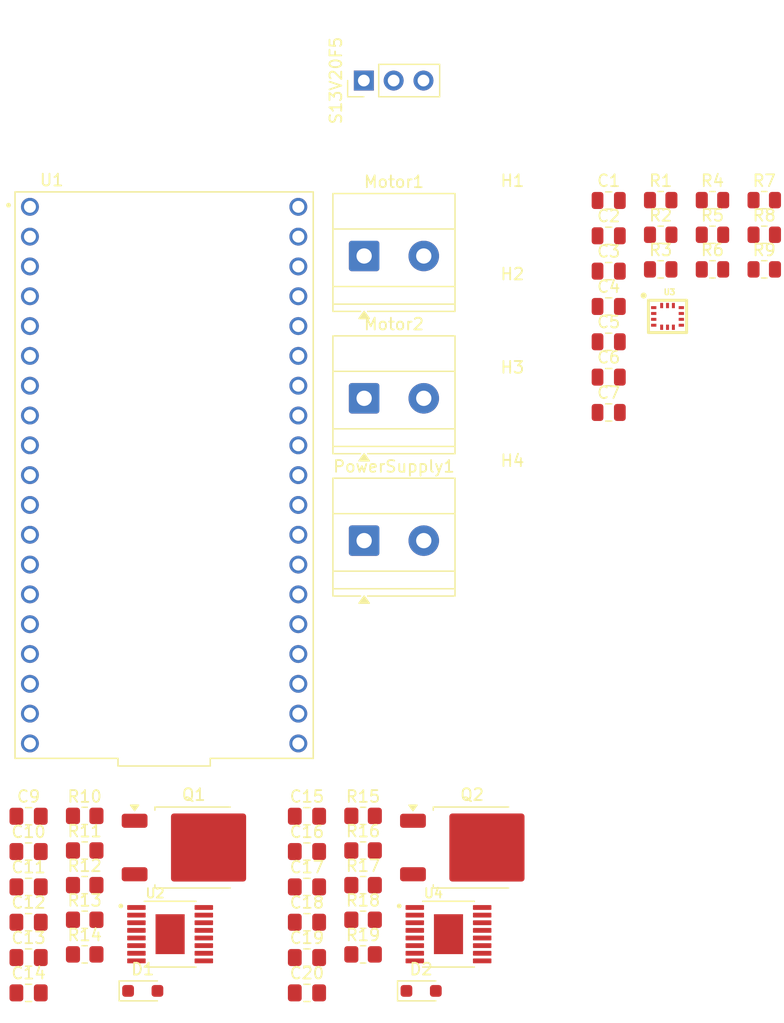
<source format=kicad_pcb>
(kicad_pcb (version 20241229) (generator "pcbnew") (generator_version "9.0")
  (layers (0 "F.Cu" signal) (2 "B.Cu" signal) (13 "F.Paste" user) (15 "B.Paste" user) (5 "F.SilkS" user "F.Silkscreen") (7 "B.SilkS" user "B.Silkscreen") (1 "F.Mask" user) (3 "B.Mask" user) (25 "Edge.Cuts" user))
  (net 0 "")
  (net 1 "GND")
  (net 2 "+3V3")
  (net 3 "/DRV8874-1/VM")
  (net 4 "Net-(U2-VCP)")
  (net 5 "/VMOT")
  (net 6 "Net-(U2-CPL)")
  (net 7 "Net-(U2-CPH)")
  (net 8 "/DRV8874-2/VM")
  (net 9 "Net-(U4-VCP)")
  (net 10 "Net-(U4-CPL)")
  (net 11 "Net-(U4-CPH)")
  (net 12 "Net-(D1-A)")
  (net 13 "Net-(D2-A)")
  (net 14 "/DRV8874-1/OUT1")
  (net 15 "/DRV8874-1/OUT2")
  (net 16 "/DRV8874-2/OUT1")
  (net 17 "/DRV8874-2/OUT2")
  (net 18 "/GPIO21")
  (net 19 "/GPIO22")
  (net 20 "/LSM6DSO/SDO")
  (net 21 "/LSM6DSO/CS")
  (net 22 "/LSM6DSO/SDx")
  (net 23 "/LSM6DSO/SCx")
  (net 24 "/LSM6DSO/OCS Aux")
  (net 25 "/DRV8874-1/IMODE")
  (net 26 "/DRV8874-1/VREF")
  (net 27 "/DRV8874-1/CS")
  (net 28 "/DRV8874-2/IMODE")
  (net 29 "/DRV8874-2/VREF")
  (net 30 "/DRV8874-2/CS")
  (net 31 "+5V")
  (net 32 "/GPIO16")
  (net 39 "/GPIO17")
  (net 47 "/GPIO14")
  (net 51 "/GPIO27")
  (net 63 "/DRV8874-1/FLT")
  (net 64 "/LSM6DSO/SDO AUX")
  (net 65 "/LSM6DSO/INT1")
  (net 66 "/LSM6DSO/INT2")
  (net 67 "/DRV8874-2/FLT")
  (footprint "Package_TO_SOT_SMD:TO-252-2" (layer "F.Cu") (at 95.435 105.3415)
    (property "Reference" "Q1" (at 0 -4.5 0) (layer "F.SilkS"))
    (property "Value" "Q_PMOS")
    (fp_line (start -3.31 -3.45) (end -3.31 -3.18) (stroke (width 0.12)) (layer "F.SilkS"))
    (fp_line (start -3.31 3.45) (end -3.31 3.18) (stroke (width 0.12)) (layer "F.SilkS"))
    (fp_line (start 3.11 -3.45) (end -3.31 -3.45) (stroke (width 0.12)) (layer "F.SilkS"))
    (fp_line (start 3.11 3.45) (end -3.31 3.45) (stroke (width 0.12)) (layer "F.SilkS"))
    (fp_poly (pts (xy -5.04 -3.14) (xy -5.38 -3.61) (xy -4.7 -3.61)) (stroke (width 0.12)) (fill yes) (layer "F.SilkS"))
    (pad "1" smd roundrect (at -5.04 -2.28) (size 2.2 1.2) (layers "F.Cu" "F.Mask" "F.Paste") (roundrect_rratio 0.208333))
    (pad "2" smd roundrect (at 1.26 0) (size 6.4 5.8) (layers "F.Cu" "F.Mask") (roundrect_rratio 0.043103))
    (pad "3" smd roundrect (at -5.04 2.28) (size 2.2 1.2) (layers "F.Cu" "F.Mask" "F.Paste") (roundrect_rratio 0.208333))
  )
  (footprint "Capacitor_SMD:C_0805_2012Metric_Pad1.18x1.45mm_HandSolder" (layer "F.Cu") (at 105.075 102.6765)
    (property "Reference" "C15" (at 0 -1.68 0) (layer "F.SilkS"))
    (property "Value" "220nF")
    (fp_line (start -0.261252 -0.735) (end 0.261252 -0.735) (stroke (width 0.12)) (layer "F.SilkS"))
    (fp_line (start -0.261252 0.735) (end 0.261252 0.735) (stroke (width 0.12)) (layer "F.SilkS"))
    (pad "1" smd roundrect (at -1.0375 0) (size 1.175 1.45) (layers "F.Cu" "F.Mask" "F.Paste") (roundrect_rratio 0.212766) (net 9 "Net-(U4-VCP)"))
    (pad "2" smd roundrect (at 1.0375 0) (size 1.175 1.45) (layers "F.Cu" "F.Mask" "F.Paste") (roundrect_rratio 0.212766) (net 8 "/DRV8874-2/VM"))
  )
  (footprint "Capacitor_SMD:C_0805_2012Metric" (layer "F.Cu") (at 130.775 68.2765)
    (property "Reference" "C7" (at 0 -1.68 0) (layer "F.SilkS"))
    (property "Value" "0.1 uF")
    (fp_line (start -0.261252 -0.735) (end 0.261252 -0.735) (stroke (width 0.12)) (layer "F.SilkS"))
    (fp_line (start -0.261252 0.735) (end 0.261252 0.735) (stroke (width 0.12)) (layer "F.SilkS"))
    (pad "1" smd roundrect (at -0.95 0) (size 1 1.45) (layers "F.Cu" "F.Mask" "F.Paste") (net 2 "+3V3"))
    (pad "2" smd roundrect (at 0.95 0) (size 1 1.45) (layers "F.Cu" "F.Mask" "F.Paste") (net 1 "GND"))
  )
  (footprint "Capacitor_SMD:C_0805_2012Metric_Pad1.18x1.45mm_HandSolder" (layer "F.Cu") (at 81.365 102.6765)
    (property "Reference" "C9" (at 0 -1.68 0) (layer "F.SilkS"))
    (property "Value" "220nF")
    (fp_line (start -0.261252 -0.735) (end 0.261252 -0.735) (stroke (width 0.12)) (layer "F.SilkS"))
    (fp_line (start -0.261252 0.735) (end 0.261252 0.735) (stroke (width 0.12)) (layer "F.SilkS"))
    (pad "1" smd roundrect (at -1.0375 0) (size 1.175 1.45) (layers "F.Cu" "F.Mask" "F.Paste") (roundrect_rratio 0.212766) (net 4 "Net-(U2-VCP)"))
    (pad "2" smd roundrect (at 1.0375 0) (size 1.175 1.45) (layers "F.Cu" "F.Mask" "F.Paste") (roundrect_rratio 0.212766) (net 3 "/DRV8874-1/VM"))
  )
  (footprint "Capacitor_SMD:C_0805_2012Metric" (layer "F.Cu") (at 130.775 62.2565)
    (property "Reference" "C5" (at 0 -1.68 0) (layer "F.SilkS"))
    (property "Value" "1 uF")
    (fp_line (start -0.261252 -0.735) (end 0.261252 -0.735) (stroke (width 0.12)) (layer "F.SilkS"))
    (fp_line (start -0.261252 0.735) (end 0.261252 0.735) (stroke (width 0.12)) (layer "F.SilkS"))
    (pad "1" smd roundrect (at -0.95 0) (size 1 1.45) (layers "F.Cu" "F.Mask" "F.Paste") (net 2 "+3V3"))
    (pad "2" smd roundrect (at 0.95 0) (size 1 1.45) (layers "F.Cu" "F.Mask" "F.Paste") (net 1 "GND"))
  )
  (footprint "Resistor_SMD:R_0805_2012Metric_Pad1.20x1.40mm_HandSolder" (layer "F.Cu") (at 109.855 114.4465)
    (property "Reference" "R19" (at 0 -1.65 0) (layer "F.SilkS"))
    (property "Value" "2.49k")
    (fp_line (start -0.227064 -0.735) (end 0.227064 -0.735) (stroke (width 0.12)) (layer "F.SilkS"))
    (fp_line (start -0.227064 0.735) (end 0.227064 0.735) (stroke (width 0.12)) (layer "F.SilkS"))
    (pad "1" smd roundrect (at -1 0) (size 1.2 1.4) (layers "F.Cu" "F.Mask" "F.Paste") (roundrect_rratio 0.208333) (net 30 "/DRV8874-2/CS"))
    (pad "2" smd roundrect (at 1 0) (size 1.2 1.4) (layers "F.Cu" "F.Mask" "F.Paste") (roundrect_rratio 0.208333) (net 1 "GND"))
  )
  (footprint "Capacitor_SMD:C_0805_2012Metric_Pad1.18x1.45mm_HandSolder" (layer "F.Cu") (at 105.075 117.7265)
    (property "Reference" "C20" (at 0 -1.68 0) (layer "F.SilkS"))
    (property "Value" "22nF")
    (fp_line (start -0.261252 -0.735) (end 0.261252 -0.735) (stroke (width 0.12)) (layer "F.SilkS"))
    (fp_line (start -0.261252 0.735) (end 0.261252 0.735) (stroke (width 0.12)) (layer "F.SilkS"))
    (pad "1" smd roundrect (at -1.0375 0) (size 1.175 1.45) (layers "F.Cu" "F.Mask" "F.Paste") (roundrect_rratio 0.212766) (net 11 "Net-(U4-CPH)"))
    (pad "2" smd roundrect (at 1.0375 0) (size 1.175 1.45) (layers "F.Cu" "F.Mask" "F.Paste") (roundrect_rratio 0.212766) (net 10 "Net-(U4-CPL)"))
  )
  (footprint "MountingHole:MountingHole_3.2mm_M3" (layer "F.Cu") (at 122.575 52.6865)
    (property "Reference" "H1" (at 0 -4.15 0) (layer "F.SilkS"))
    (property "Value" "MountingHole")
    (pad "" np_thru_hole circle (at 0 0) (size 3.2 3.2) (drill 3.2) (layers "*.Cu" "*.Mask"))
  )
  (footprint "Capacitor_SMD:C_0805_2012Metric_Pad1.18x1.45mm_HandSolder" (layer "F.Cu") (at 105.075 108.6965)
    (property "Reference" "C17" (at 0 -1.68 0) (layer "F.SilkS"))
    (property "Value" "4.7nF")
    (fp_line (start -0.261252 -0.735) (end 0.261252 -0.735) (stroke (width 0.12)) (layer "F.SilkS"))
    (fp_line (start -0.261252 0.735) (end 0.261252 0.735) (stroke (width 0.12)) (layer "F.SilkS"))
    (pad "1" smd roundrect (at -1.0375 0) (size 1.175 1.45) (layers "F.Cu" "F.Mask" "F.Paste") (roundrect_rratio 0.212766) (net 1 "GND"))
    (pad "2" smd roundrect (at 1.0375 0) (size 1.175 1.45) (layers "F.Cu" "F.Mask" "F.Paste") (roundrect_rratio 0.212766) (net 5 "/VMOT"))
  )
  (footprint "MountingHole:MountingHole_3.2mm_M3" (layer "F.Cu") (at 122.575 60.6365)
    (property "Reference" "H2" (at 0 -4.15 0) (layer "F.SilkS"))
    (property "Value" "MountingHole")
    (pad "" np_thru_hole circle (at 0 0) (size 3.2 3.2) (drill 3.2) (layers "*.Cu" "*.Mask"))
  )
  (footprint "Library:DRV8874PWPR" (layer "F.Cu") (at 117.13 112.725)
    (property "Reference" "U4" (at -1.28 -3.485 0) (layer "F.SilkS") (effects (font (size 0.8 0.8))))
    (property "Value" "DRV8874PWPR")
    (fp_line (start -2.2 -2.8) (end 2.2 -2.8) (stroke (width 0.127)) (layer "F.SilkS"))
    (fp_line (start -2.2 2.8) (end 2.2 2.8) (stroke (width 0.127)) (layer "F.SilkS"))
    (fp_circle (center -4.2 -2.4) (end -4.1 -2.4) (stroke (width 0.2)) (fill no) (layer "F.SilkS"))
    (pad "1" smd roundrect (at -2.87 -2.275) (size 1.57 0.41) (layers "F.Cu" "F.Mask" "F.Paste") (roundrect_rratio 0.125) (net 47 "/GPIO14"))
    (pad "2" smd roundrect (at -2.87 -1.625) (size 1.57 0.41) (layers "F.Cu" "F.Mask" "F.Paste") (roundrect_rratio 0.125) (net 51 "/GPIO27"))
    (pad "3" smd roundrect (at -2.87 -0.975) (size 1.57 0.41) (layers "F.Cu" "F.Mask" "F.Paste") (roundrect_rratio 0.125) (net 2 "+3V3"))
    (pad "4" smd roundrect (at -2.87 -0.325) (size 1.57 0.41) (layers "F.Cu" "F.Mask" "F.Paste") (roundrect_rratio 0.125) (net 67 "/DRV8874-2/FLT"))
    (pad "5" smd roundrect (at -2.87 0.325) (size 1.57 0.41) (layers "F.Cu" "F.Mask" "F.Paste") (roundrect_rratio 0.125) (net 29 "/DRV8874-2/VREF"))
    (pad "6" smd roundrect (at -2.87 0.975) (size 1.57 0.41) (layers "F.Cu" "F.Mask" "F.Paste") (roundrect_rratio 0.125) (net 30 "/DRV8874-2/CS"))
    (pad "7" smd roundrect (at -2.87 1.625) (size 1.57 0.41) (layers "F.Cu" "F.Mask" "F.Paste") (roundrect_rratio 0.125) (net 28 "/DRV8874-2/IMODE"))
    (pad "8" smd roundrect (at -2.87 2.275) (size 1.57 0.41) (layers "F.Cu" "F.Mask" "F.Paste") (roundrect_rratio 0.125) (net 16 "/DRV8874-2/OUT1"))
    (pad "9" smd roundrect (at 2.87 2.275) (size 1.57 0.41) (layers "F.Cu" "F.Mask" "F.Paste") (roundrect_rratio 0.125) (net 1 "GND"))
    (pad "10" smd roundrect (at 2.87 1.625) (size 1.57 0.41) (layers "F.Cu" "F.Mask" "F.Paste") (roundrect_rratio 0.125) (net 17 "/DRV8874-2/OUT2"))
    (pad "11" smd roundrect (at 2.87 0.975) (size 1.57 0.41) (layers "F.Cu" "F.Mask" "F.Paste") (roundrect_rratio 0.125) (net 8 "/DRV8874-2/VM"))
    (pad "12" smd roundrect (at 2.87 0.325) (size 1.57 0.41) (layers "F.Cu" "F.Mask" "F.Paste") (roundrect_rratio 0.125) (net 9 "Net-(U4-VCP)"))
    (pad "13" smd roundrect (at 2.87 -0.325) (size 1.57 0.41) (layers "F.Cu" "F.Mask" "F.Paste") (roundrect_rratio 0.125) (net 11 "Net-(U4-CPH)"))
    (pad "14" smd roundrect (at 2.87 -0.975) (size 1.57 0.41) (layers "F.Cu" "F.Mask" "F.Paste") (roundrect_rratio 0.125) (net 10 "Net-(U4-CPL)"))
    (pad "15" smd roundrect (at 2.87 -1.625) (size 1.57 0.41) (layers "F.Cu" "F.Mask" "F.Paste") (roundrect_rratio 0.125) (net 1 "GND"))
    (pad "16" smd roundrect (at 2.87 -2.275) (size 1.57 0.41) (layers "F.Cu" "F.Mask" "F.Paste") (roundrect_rratio 0.125) (net 1 "GND"))
    (pad "17" smd rect (at 0 0) (size 2.48 3.4) (layers "F.Cu" "F.Mask"))
  )
  (footprint "Resistor_SMD:R_0805_2012Metric" (layer "F.Cu") (at 135.205 56.0865)
    (property "Reference" "R3" (at 0 -1.65 0) (layer "F.SilkS"))
    (property "Value" "10k")
    (fp_line (start -0.227064 -0.735) (end 0.227064 -0.735) (stroke (width 0.12)) (layer "F.SilkS"))
    (fp_line (start -0.227064 0.735) (end 0.227064 0.735) (stroke (width 0.12)) (layer "F.SilkS"))
    (pad "1" smd roundrect (at -0.9125 0) (size 1.025 1.4) (layers "F.Cu" "F.Mask" "F.Paste") (roundrect_rratio 0.243902) (net 18 "/GPIO21"))
    (pad "2" smd roundrect (at 0.9125 0) (size 1.025 1.4) (layers "F.Cu" "F.Mask" "F.Paste") (roundrect_rratio 0.243902) (net 2 "+3V3"))
  )
  (footprint "TerminalBlock_Phoenix:TerminalBlock_Phoenix_MKDS-1,5-2-5.08_1x02_P5.08mm_Horizontal" (layer "F.Cu") (at 109.945 67.0715)
    (property "Reference" "Motor2" (at 2.54 -6.32 0) (layer "F.SilkS"))
    (property "Value" "Screw_Terminal_01x02")
    (fp_line (start -2.66 -5.32) (end 7.74 -5.32) (stroke (width 0.12)) (layer "F.SilkS"))
    (fp_line (start -2.66 -2.3) (end 7.74 -2.3) (stroke (width 0.12)) (layer "F.SilkS"))
    (fp_line (start -2.66 2.6) (end 7.74 2.6) (stroke (width 0.12)) (layer "F.SilkS"))
    (fp_line (start -2.66 4.1) (end 7.74 4.1) (stroke (width 0.12)) (layer "F.SilkS"))
    (fp_line (start -2.66 4.72) (end -2.66 -5.32) (stroke (width 0.12)) (layer "F.SilkS"))
    (fp_line (start -0.3 4.72) (end -2.66 4.72) (stroke (width 0.12)) (layer "F.SilkS"))
    (fp_line (start 7.74 -5.32) (end 7.74 4.72) (stroke (width 0.12)) (layer "F.SilkS"))
    (fp_line (start 7.74 4.72) (end 0.3 4.72) (stroke (width 0.12)) (layer "F.SilkS"))
    (fp_poly (pts (xy 0 4.72) (xy 0.44 5.33) (xy -0.44 5.33)) (stroke (width 0.12)) (fill yes) (layer "F.SilkS"))
    (pad "1" thru_hole roundrect (at 0 0) (size 2.6 2.6) (drill 1.3) (layers "*.Cu" "*.Mask") (roundrect_rratio 0.096154) (net 16 "/DRV8874-2/OUT1"))
    (pad "2" thru_hole circle (at 5.08 0) (size 2.6 2.6) (drill 1.3) (layers "*.Cu" "*.Mask") (net 17 "/DRV8874-2/OUT2"))
  )
  (footprint "Resistor_SMD:R_0805_2012Metric_Pad1.20x1.40mm_HandSolder" (layer "F.Cu") (at 86.145 111.4965)
    (property "Reference" "R13" (at 0 -1.65 0) (layer "F.SilkS"))
    (property "Value" "100k")
    (fp_line (start -0.227064 -0.735) (end 0.227064 -0.735) (stroke (width 0.12)) (layer "F.SilkS"))
    (fp_line (start -0.227064 0.735) (end 0.227064 0.735) (stroke (width 0.12)) (layer "F.SilkS"))
    (pad "1" smd roundrect (at -1 0) (size 1.2 1.4) (layers "F.Cu" "F.Mask" "F.Paste") (roundrect_rratio 0.208333) (net 12 "Net-(D1-A)"))
    (pad "2" smd roundrect (at 1 0) (size 1.2 1.4) (layers "F.Cu" "F.Mask" "F.Paste") (roundrect_rratio 0.208333) (net 1 "GND"))
  )
  (footprint "Capacitor_SMD:C_0805_2012Metric_Pad1.18x1.45mm_HandSolder" (layer "F.Cu") (at 81.365 108.6965)
    (property "Reference" "C11" (at 0 -1.68 0) (layer "F.SilkS"))
    (property "Value" "4.7nF")
    (fp_line (start -0.261252 -0.735) (end 0.261252 -0.735) (stroke (width 0.12)) (layer "F.SilkS"))
    (fp_line (start -0.261252 0.735) (end 0.261252 0.735) (stroke (width 0.12)) (layer "F.SilkS"))
    (pad "1" smd roundrect (at -1.0375 0) (size 1.175 1.45) (layers "F.Cu" "F.Mask" "F.Paste") (roundrect_rratio 0.212766) (net 1 "GND"))
    (pad "2" smd roundrect (at 1.0375 0) (size 1.175 1.45) (layers "F.Cu" "F.Mask" "F.Paste") (roundrect_rratio 0.212766) (net 5 "/VMOT"))
  )
  (footprint "Capacitor_SMD:C_0805_2012Metric" (layer "F.Cu") (at 130.775 65.2665)
    (property "Reference" "C6" (at 0 -1.68 0) (layer "F.SilkS"))
    (property "Value" "0.1 uF")
    (fp_line (start -0.261252 -0.735) (end 0.261252 -0.735) (stroke (width 0.12)) (layer "F.SilkS"))
    (fp_line (start -0.261252 0.735) (end 0.261252 0.735) (stroke (width 0.12)) (layer "F.SilkS"))
    (pad "1" smd roundrect (at -0.95 0) (size 1 1.45) (layers "F.Cu" "F.Mask" "F.Paste") (net 2 "+3V3"))
    (pad "2" smd roundrect (at 0.95 0) (size 1 1.45) (layers "F.Cu" "F.Mask" "F.Paste") (net 1 "GND"))
  )
  (footprint "Diode_SMD:D_SOD-323_HandSoldering" (layer "F.Cu") (at 114.8 117.5565)
    (property "Reference" "D2" (at 0 -1.85 0) (layer "F.SilkS"))
    (property "Value" "16.2V")
    (fp_line (start -2.01 -0.85) (end -2.01 0.85) (stroke (width 0.12)) (layer "F.SilkS"))
    (fp_line (start -2.01 -0.85) (end 1.25 -0.85) (stroke (width 0.12)) (layer "F.SilkS"))
    (fp_line (start -2.01 0.85) (end 1.25 0.85) (stroke (width 0.12)) (layer "F.SilkS"))
    (pad "1" smd roundrect (at -1.25 0) (size 1 1) (layers "F.Cu" "F.Mask" "F.Paste") (net 5 "/VMOT"))
    (pad "2" smd roundrect (at 1.25 0) (size 1 1) (layers "F.Cu" "F.Mask" "F.Paste") (net 13 "Net-(D2-A)"))
  )
  (footprint "Resistor_SMD:R_0805_2012Metric_Pad1.20x1.40mm_HandSolder" (layer "F.Cu") (at 86.145 102.6465)
    (property "Reference" "R10" (at 0 -1.65 0) (layer "F.SilkS"))
    (property "Value" "20k")
    (fp_line (start -0.227064 -0.735) (end 0.227064 -0.735) (stroke (width 0.12)) (layer "F.SilkS"))
    (fp_line (start -0.227064 0.735) (end 0.227064 0.735) (stroke (width 0.12)) (layer "F.SilkS"))
    (pad "1" smd roundrect (at -1 0) (size 1.2 1.4) (layers "F.Cu" "F.Mask" "F.Paste") (roundrect_rratio 0.208333) (net 25 "/DRV8874-1/IMODE"))
    (pad "2" smd roundrect (at 1 0) (size 1.2 1.4) (layers "F.Cu" "F.Mask" "F.Paste") (roundrect_rratio 0.208333) (net 1 "GND"))
  )
  (footprint "Library:DRV8874PWPR" (layer "F.Cu") (at 93.42 112.725)
    (property "Reference" "U2" (at -1.28 -3.485 0) (layer "F.SilkS") (effects (font (size 0.8 0.8))))
    (property "Value" "DRV8874PWPR")
    (fp_line (start -2.2 -2.8) (end 2.2 -2.8) (stroke (width 0.127)) (layer "F.SilkS"))
    (fp_line (start -2.2 2.8) (end 2.2 2.8) (stroke (width 0.127)) (layer "F.SilkS"))
    (fp_circle (center -4.2 -2.4) (end -4.1 -2.4) (stroke (width 0.2)) (fill no) (layer "F.SilkS"))
    (pad "1" smd roundrect (at -2.87 -2.275) (size 1.57 0.41) (layers "F.Cu" "F.Mask" "F.Paste") (roundrect_rratio 0.125) (net 39 "/GPIO17"))
    (pad "2" smd roundrect (at -2.87 -1.625) (size 1.57 0.41) (layers "F.Cu" "F.Mask" "F.Paste") (roundrect_rratio 0.125) (net 32 "/GPIO16"))
    (pad "3" smd roundrect (at -2.87 -0.975) (size 1.57 0.41) (layers "F.Cu" "F.Mask" "F.Paste") (roundrect_rratio 0.125) (net 2 "+3V3"))
    (pad "4" smd roundrect (at -2.87 -0.325) (size 1.57 0.41) (layers "F.Cu" "F.Mask" "F.Paste") (roundrect_rratio 0.125) (net 63 "/DRV8874-1/FLT"))
    (pad "5" smd roundrect (at -2.87 0.325) (size 1.57 0.41) (layers "F.Cu" "F.Mask" "F.Paste") (roundrect_rratio 0.125) (net 26 "/DRV8874-1/VREF"))
    (pad "6" smd roundrect (at -2.87 0.975) (size 1.57 0.41) (layers "F.Cu" "F.Mask" "F.Paste") (roundrect_rratio 0.125) (net 27 "/DRV8874-1/CS"))
    (pad "7" smd roundrect (at -2.87 1.625) (size 1.57 0.41) (layers "F.Cu" "F.Mask" "F.Paste") (roundrect_rratio 0.125) (net 25 "/DRV8874-1/IMODE"))
    (pad "8" smd roundrect (at -2.87 2.275) (size 1.57 0.41) (layers "F.Cu" "F.Mask" "F.Paste") (roundrect_rratio 0.125) (net 14 "/DRV8874-1/OUT1"))
    (pad "9" smd roundrect (at 2.87 2.275) (size 1.57 0.41) (layers "F.Cu" "F.Mask" "F.Paste") (roundrect_rratio 0.125) (net 1 "GND"))
    (pad "10" smd roundrect (at 2.87 1.625) (size 1.57 0.41) (layers "F.Cu" "F.Mask" "F.Paste") (roundrect_rratio 0.125) (net 15 "/DRV8874-1/OUT2"))
    (pad "11" smd roundrect (at 2.87 0.975) (size 1.57 0.41) (layers "F.Cu" "F.Mask" "F.Paste") (roundrect_rratio 0.125) (net 3 "/DRV8874-1/VM"))
    (pad "12" smd roundrect (at 2.87 0.325) (size 1.57 0.41) (layers "F.Cu" "F.Mask" "F.Paste") (roundrect_rratio 0.125) (net 4 "Net-(U2-VCP)"))
    (pad "13" smd roundrect (at 2.87 -0.325) (size 1.57 0.41) (layers "F.Cu" "F.Mask" "F.Paste") (roundrect_rratio 0.125) (net 7 "Net-(U2-CPH)"))
    (pad "14" smd roundrect (at 2.87 -0.975) (size 1.57 0.41) (layers "F.Cu" "F.Mask" "F.Paste") (roundrect_rratio 0.125) (net 6 "Net-(U2-CPL)"))
    (pad "15" smd roundrect (at 2.87 -1.625) (size 1.57 0.41) (layers "F.Cu" "F.Mask" "F.Paste") (roundrect_rratio 0.125) (net 1 "GND"))
    (pad "16" smd roundrect (at 2.87 -2.275) (size 1.57 0.41) (layers "F.Cu" "F.Mask" "F.Paste") (roundrect_rratio 0.125) (net 1 "GND"))
    (pad "17" smd rect (at 0 0) (size 2.48 3.4) (layers "F.Cu" "F.Mask"))
  )
  (footprint "Connector_PinHeader_2.54mm:PinHeader_1x03_P2.54mm_Vertical" (layer "F.Cu") (at 109.92 40 90)
    (property "Reference" "S13V20F5" (at 0 -2.38 90) (layer "F.SilkS"))
    (property "Value" "Voltage Regulator")
    (fp_line (start -1.38 -1.38) (end 0 -1.38) (stroke (width 0.12)) (layer "F.SilkS"))
    (fp_line (start -1.38 0) (end -1.38 -1.38) (stroke (width 0.12)) (layer "F.SilkS"))
    (fp_line (start 1.38 1.27) (end 1.38 6.46) (stroke (width 0.12)) (layer "F.SilkS"))
    (fp_line (start -1.38 1.27) (end 1.38 1.27) (stroke (width 0.12)) (layer "F.SilkS"))
    (fp_line (start -1.38 1.27) (end -1.38 6.46) (stroke (width 0.12)) (layer "F.SilkS"))
    (fp_line (start -1.38 6.46) (end 1.38 6.46) (stroke (width 0.12)) (layer "F.SilkS"))
    (pad "1" thru_hole rect (at 0 0 90) (size 1.7 1.7) (drill 1) (layers "*.Cu" "*.Mask") (net 31 "+5V"))
    (pad "2" thru_hole circle (at 0 2.54 90) (size 1.7 1.7) (drill 1) (layers "*.Cu" "*.Mask") (net 1 "GND"))
    (pad "3" thru_hole circle (at 0 5.08 90) (size 1.7 1.7) (drill 1) (layers "*.Cu" "*.Mask") (net 5 "/VMOT"))
  )
  (footprint "Resistor_SMD:R_0805_2012Metric" (layer "F.Cu") (at 139.615 56.0865)
    (property "Reference" "R6" (at 0 -1.65 0) (layer "F.SilkS"))
    (property "Value" "10k")
    (fp_line (start -0.227064 -0.735) (end 0.227064 -0.735) (stroke (width 0.12)) (layer "F.SilkS"))
    (fp_line (start -0.227064 0.735) (end 0.227064 0.735) (stroke (width 0.12)) (layer "F.SilkS"))
    (pad "1" smd roundrect (at -0.9125 0) (size 1.025 1.4) (layers "F.Cu" "F.Mask" "F.Paste") (roundrect_rratio 0.243902) (net 21 "/LSM6DSO/CS"))
    (pad "2" smd roundrect (at 0.9125 0) (size 1.025 1.4) (layers "F.Cu" "F.Mask" "F.Paste") (roundrect_rratio 0.243902) (net 2 "+3V3"))
  )
  (footprint "Capacitor_SMD:C_0805_2012Metric_Pad1.18x1.45mm_HandSolder" (layer "F.Cu") (at 81.365 117.7265)
    (property "Reference" "C14" (at 0 -1.68 0) (layer "F.SilkS"))
    (property "Value" "22nF")
    (fp_line (start -0.261252 -0.735) (end 0.261252 -0.735) (stroke (width 0.12)) (layer "F.SilkS"))
    (fp_line (start -0.261252 0.735) (end 0.261252 0.735) (stroke (width 0.12)) (layer "F.SilkS"))
    (pad "1" smd roundrect (at -1.0375 0) (size 1.175 1.45) (layers "F.Cu" "F.Mask" "F.Paste") (roundrect_rratio 0.212766) (net 7 "Net-(U2-CPH)"))
    (pad "2" smd roundrect (at 1.0375 0) (size 1.175 1.45) (layers "F.Cu" "F.Mask" "F.Paste") (roundrect_rratio 0.212766) (net 6 "Net-(U2-CPL)"))
  )
  (footprint "Capacitor_SMD:C_0805_2012Metric" (layer "F.Cu") (at 130.775 59.2465)
    (property "Reference" "C4" (at 0 -1.68 0) (layer "F.SilkS"))
    (property "Value" "4.7 uF")
    (fp_line (start -0.261252 -0.735) (end 0.261252 -0.735) (stroke (width 0.12)) (layer "F.SilkS"))
    (fp_line (start -0.261252 0.735) (end 0.261252 0.735) (stroke (width 0.12)) (layer "F.SilkS"))
    (pad "1" smd roundrect (at -0.95 0) (size 1 1.45) (layers "F.Cu" "F.Mask" "F.Paste") (net 2 "+3V3"))
    (pad "2" smd roundrect (at 0.95 0) (size 1 1.45) (layers "F.Cu" "F.Mask" "F.Paste") (net 1 "GND"))
  )
  (footprint "Resistor_SMD:R_0805_2012Metric" (layer "F.Cu") (at 144.025 53.1365)
    (property "Reference" "R8" (at 0 -1.65 0) (layer "F.SilkS"))
    (property "Value" "10k")
    (fp_line (start -0.227064 -0.735) (end 0.227064 -0.735) (stroke (width 0.12)) (layer "F.SilkS"))
    (fp_line (start -0.227064 0.735) (end 0.227064 0.735) (stroke (width 0.12)) (layer "F.SilkS"))
    (pad "1" smd roundrect (at -0.9125 0) (size 1.025 1.4) (layers "F.Cu" "F.Mask" "F.Paste") (roundrect_rratio 0.243902) (net 23 "/LSM6DSO/SCx"))
    (pad "2" smd roundrect (at 0.9125 0) (size 1.025 1.4) (layers "F.Cu" "F.Mask" "F.Paste") (roundrect_rratio 0.243902) (net 2 "+3V3"))
  )
  (footprint "Capacitor_SMD:C_0805_2012Metric_Pad1.18x1.45mm_HandSolder" (layer "F.Cu") (at 105.075 105.6865)
    (property "Reference" "C16" (at 0 -1.68 0) (layer "F.SilkS"))
    (property "Value" "4.7nF")
    (fp_line (start -0.261252 -0.735) (end 0.261252 -0.735) (stroke (width 0.12)) (layer "F.SilkS"))
    (fp_line (start -0.261252 0.735) (end 0.261252 0.735) (stroke (width 0.12)) (layer "F.SilkS"))
    (pad "1" smd roundrect (at -1.0375 0) (size 1.175 1.45) (layers "F.Cu" "F.Mask" "F.Paste") (roundrect_rratio 0.212766) (net 1 "GND"))
    (pad "2" smd roundrect (at 1.0375 0) (size 1.175 1.45) (layers "F.Cu" "F.Mask" "F.Paste") (roundrect_rratio 0.212766) (net 5 "/VMOT"))
  )
  (footprint "Capacitor_SMD:C_0805_2012Metric_Pad1.18x1.45mm_HandSolder" (layer "F.Cu") (at 81.365 105.6865)
    (property "Reference" "C10" (at 0 -1.68 0) (layer "F.SilkS"))
    (property "Value" "4.7nF")
    (fp_line (start -0.261252 -0.735) (end 0.261252 -0.735) (stroke (width 0.12)) (layer "F.SilkS"))
    (fp_line (start -0.261252 0.735) (end 0.261252 0.735) (stroke (width 0.12)) (layer "F.SilkS"))
    (pad "1" smd roundrect (at -1.0375 0) (size 1.175 1.45) (layers "F.Cu" "F.Mask" "F.Paste") (roundrect_rratio 0.212766) (net 1 "GND"))
    (pad "2" smd roundrect (at 1.0375 0) (size 1.175 1.45) (layers "F.Cu" "F.Mask" "F.Paste") (roundrect_rratio 0.212766) (net 5 "/VMOT"))
  )
  (footprint "Capacitor_SMD:C_0805_2012Metric_Pad1.18x1.45mm_HandSolder" (layer "F.Cu") (at 81.365 114.7165)
    (property "Reference" "C13" (at 0 -1.68 0) (layer "F.SilkS"))
    (property "Value" "0.1nF")
    (fp_line (start -0.261252 -0.735) (end 0.261252 -0.735) (stroke (width 0.12)) (layer "F.SilkS"))
    (fp_line (start -0.261252 0.735) (end 0.261252 0.735) (stroke (width 0.12)) (layer "F.SilkS"))
    (pad "1" smd roundrect (at -1.0375 0) (size 1.175 1.45) (layers "F.Cu" "F.Mask" "F.Paste") (roundrect_rratio 0.212766) (net 1 "GND"))
    (pad "2" smd roundrect (at 1.0375 0) (size 1.175 1.45) (layers "F.Cu" "F.Mask" "F.Paste") (roundrect_rratio 0.212766) (net 5 "/VMOT"))
  )
  (footprint "Resistor_SMD:R_0805_2012Metric_Pad1.20x1.40mm_HandSolder" (layer "F.Cu") (at 109.855 108.5465)
    (property "Reference" "R17" (at 0 -1.65 0) (layer "F.SilkS"))
    (property "Value" "NP")
    (fp_line (start -0.227064 -0.735) (end 0.227064 -0.735) (stroke (width 0.12)) (layer "F.SilkS"))
    (fp_line (start -0.227064 0.735) (end 0.227064 0.735) (stroke (width 0.12)) (layer "F.SilkS"))
    (pad "1" smd roundrect (at -1 0) (size 1.2 1.4) (layers "F.Cu" "F.Mask" "F.Paste") (roundrect_rratio 0.208333) (net 29 "/DRV8874-2/VREF"))
    (pad "2" smd roundrect (at 1 0) (size 1.2 1.4) (layers "F.Cu" "F.Mask" "F.Paste") (roundrect_rratio 0.208333) (net 1 "GND"))
  )
  (footprint "TerminalBlock_Phoenix:TerminalBlock_Phoenix_MKDS-1,5-2-5.08_1x02_P5.08mm_Horizontal" (layer "F.Cu") (at 109.945 79.1965)
    (property "Reference" "PowerSupply1" (at 2.54 -6.32 0) (layer "F.SilkS"))
    (property "Value" "Screw_Terminal_01x02")
    (fp_line (start -2.66 -5.32) (end 7.74 -5.32) (stroke (width 0.12)) (layer "F.SilkS"))
    (fp_line (start -2.66 -2.3) (end 7.74 -2.3) (stroke (width 0.12)) (layer "F.SilkS"))
    (fp_line (start -2.66 2.6) (end 7.74 2.6) (stroke (width 0.12)) (layer "F.SilkS"))
    (fp_line (start -2.66 4.1) (end 7.74 4.1) (stroke (width 0.12)) (layer "F.SilkS"))
    (fp_line (start -2.66 4.72) (end -2.66 -5.32) (stroke (width 0.12)) (layer "F.SilkS"))
    (fp_line (start -0.3 4.72) (end -2.66 4.72) (stroke (width 0.12)) (layer "F.SilkS"))
    (fp_line (start 7.74 -5.32) (end 7.74 4.72) (stroke (width 0.12)) (layer "F.SilkS"))
    (fp_line (start 7.74 4.72) (end 0.3 4.72) (stroke (width 0.12)) (layer "F.SilkS"))
    (fp_poly (pts (xy 0 4.72) (xy 0.44 5.33) (xy -0.44 5.33)) (stroke (width 0.12)) (fill yes) (layer "F.SilkS"))
    (pad "1" thru_hole roundrect (at 0 0) (size 2.6 2.6) (drill 1.3) (layers "*.Cu" "*.Mask") (roundrect_rratio 0.096154) (net 5 "/VMOT"))
    (pad "2" thru_hole circle (at 5.08 0) (size 2.6 2.6) (drill 1.3) (layers "*.Cu" "*.Mask") (net 1 "GND"))
  )
  (footprint "Resistor_SMD:R_0805_2012Metric" (layer "F.Cu") (at 144.025 50.1865)
    (property "Reference" "R7" (at 0 -1.65 0) (layer "F.SilkS"))
    (property "Value" "10k")
    (fp_line (start -0.227064 -0.735) (end 0.227064 -0.735) (stroke (width 0.12)) (layer "F.SilkS"))
    (fp_line (start -0.227064 0.735) (end 0.227064 0.735) (stroke (width 0.12)) (layer "F.SilkS"))
    (pad "1" smd roundrect (at -0.9125 0) (size 1.025 1.4) (layers "F.Cu" "F.Mask" "F.Paste") (roundrect_rratio 0.243902) (net 22 "/LSM6DSO/SDx"))
    (pad "2" smd roundrect (at 0.9125 0) (size 1.025 1.4) (layers "F.Cu" "F.Mask" "F.Paste") (roundrect_rratio 0.243902) (net 2 "+3V3"))
  )
  (footprint "Capacitor_SMD:C_0805_2012Metric_Pad1.18x1.45mm_HandSolder" (layer "F.Cu") (at 81.365 111.7065)
    (property "Reference" "C12" (at 0 -1.68 0) (layer "F.SilkS"))
    (property "Value" "0.1nF")
    (fp_line (start -0.261252 -0.735) (end 0.261252 -0.735) (stroke (width 0.12)) (layer "F.SilkS"))
    (fp_line (start -0.261252 0.735) (end 0.261252 0.735) (stroke (width 0.12)) (layer "F.SilkS"))
    (pad "1" smd roundrect (at -1.0375 0) (size 1.175 1.45) (layers "F.Cu" "F.Mask" "F.Paste") (roundrect_rratio 0.212766) (net 1 "GND"))
    (pad "2" smd roundrect (at 1.0375 0) (size 1.175 1.45) (layers "F.Cu" "F.Mask" "F.Paste") (roundrect_rratio 0.212766) (net 5 "/VMOT"))
  )
  (footprint "Diode_SMD:D_SOD-323_HandSoldering" (layer "F.Cu") (at 91.09 117.5565)
    (property "Reference" "D1" (at 0 -1.85 0) (layer "F.SilkS"))
    (property "Value" "16.2V")
    (fp_line (start -2.01 -0.85) (end -2.01 0.85) (stroke (width 0.12)) (layer "F.SilkS"))
    (fp_line (start -2.01 -0.85) (end 1.25 -0.85) (stroke (width 0.12)) (layer "F.SilkS"))
    (fp_line (start -2.01 0.85) (end 1.25 0.85) (stroke (width 0.12)) (layer "F.SilkS"))
    (pad "1" smd roundrect (at -1.25 0) (size 1 1) (layers "F.Cu" "F.Mask" "F.Paste") (net 5 "/VMOT"))
    (pad "2" smd roundrect (at 1.25 0) (size 1 1) (layers "F.Cu" "F.Mask" "F.Paste") (net 12 "Net-(D1-A)"))
  )
  (footprint "Capacitor_SMD:C_0805_2012Metric_Pad1.18x1.45mm_HandSolder" (layer "F.Cu") (at 105.075 114.7165)
    (property "Reference" "C19" (at 0 -1.68 0) (layer "F.SilkS"))
    (property "Value" "0.1nF")
    (fp_line (start -0.261252 -0.735) (end 0.261252 -0.735) (stroke (width 0.12)) (layer "F.SilkS"))
    (fp_line (start -0.261252 0.735) (end 0.261252 0.735) (stroke (width 0.12)) (layer "F.SilkS"))
    (pad "1" smd roundrect (at -1.0375 0) (size 1.175 1.45) (layers "F.Cu" "F.Mask" "F.Paste") (roundrect_rratio 0.212766) (net 1 "GND"))
    (pad "2" smd roundrect (at 1.0375 0) (size 1.175 1.45) (layers "F.Cu" "F.Mask" "F.Paste") (roundrect_rratio 0.212766) (net 5 "/VMOT"))
  )
  (footprint "Resistor_SMD:R_0805_2012Metric_Pad1.20x1.40mm_HandSolder" (layer "F.Cu") (at 86.145 105.5965)
    (property "Reference" "R11" (at 0 -1.65 0) (layer "F.SilkS"))
    (property "Value" "10k")
    (fp_line (start -0.227064 -0.735) (end 0.227064 -0.735) (stroke (width 0.12)) (layer "F.SilkS"))
    (fp_line (start -0.227064 0.735) (end 0.227064 0.735) (stroke (width 0.12)) (layer "F.SilkS"))
    (pad "1" smd roundrect (at -1 0) (size 1.2 1.4) (layers "F.Cu" "F.Mask" "F.Paste") (roundrect_rratio 0.208333) (net 2 "+3V3"))
    (pad "2" smd roundrect (at 1 0) (size 1.2 1.4) (layers "F.Cu" "F.Mask" "F.Paste") (roundrect_rratio 0.208333) (net 26 "/DRV8874-1/VREF"))
  )
  (footprint "MountingHole:MountingHole_3.2mm_M3" (layer "F.Cu") (at 122.575 76.5365)
    (property "Reference" "H4" (at 0 -4.15 0) (layer "F.SilkS"))
    (property "Value" "MountingHole")
    (pad "" np_thru_hole circle (at 0 0) (size 3.2 3.2) (drill 3.2) (layers "*.Cu" "*.Mask"))
  )
  (footprint "Resistor_SMD:R_0805_2012Metric" (layer "F.Cu") (at 135.205 50.1865)
    (property "Reference" "R1" (at 0 -1.65 0) (layer "F.SilkS"))
    (property "Value" "10k")
    (fp_line (start -0.227064 -0.735) (end 0.227064 -0.735) (stroke (width 0.12)) (layer "F.SilkS"))
    (fp_line (start -0.227064 0.735) (end 0.227064 0.735) (stroke (width 0.12)) (layer "F.SilkS"))
    (pad "1" smd roundrect (at -0.9125 0) (size 1.025 1.4) (layers "F.Cu" "F.Mask" "F.Paste") (roundrect_rratio 0.243902) (net 2 "+3V3"))
    (pad "2" smd roundrect (at 0.9125 0) (size 1.025 1.4) (layers "F.Cu" "F.Mask" "F.Paste") (roundrect_rratio 0.243902) (net 18 "/GPIO21"))
  )
  (footprint "Package_TO_SOT_SMD:TO-252-2" (layer "F.Cu") (at 119.145 105.3415)
    (property "Reference" "Q2" (at 0 -4.5 0) (layer "F.SilkS"))
    (property "Value" "Q_PMOS")
    (fp_line (start -3.31 -3.45) (end -3.31 -3.18) (stroke (width 0.12)) (layer "F.SilkS"))
    (fp_line (start -3.31 3.45) (end -3.31 3.18) (stroke (width 0.12)) (layer "F.SilkS"))
    (fp_line (start 3.11 -3.45) (end -3.31 -3.45) (stroke (width 0.12)) (layer "F.SilkS"))
    (fp_line (start 3.11 3.45) (end -3.31 3.45) (stroke (width 0.12)) (layer "F.SilkS"))
    (fp_poly (pts (xy -5.04 -3.14) (xy -5.38 -3.61) (xy -4.7 -3.61)) (stroke (width 0.12)) (fill yes) (layer "F.SilkS"))
    (pad "1" smd roundrect (at -5.04 -2.28) (size 2.2 1.2) (layers "F.Cu" "F.Mask" "F.Paste") (roundrect_rratio 0.208333))
    (pad "2" smd roundrect (at 1.26 0) (size 6.4 5.8) (layers "F.Cu" "F.Mask") (roundrect_rratio 0.043103))
    (pad "3" smd roundrect (at -5.04 2.28) (size 2.2 1.2) (layers "F.Cu" "F.Mask" "F.Paste") (roundrect_rratio 0.208333))
  )
  (footprint "Library:NODEMCU-32S" (layer "F.Cu") (at 92.91 73.6165)
    (property "Reference" "U1" (at -9.575 -25.135 0) (layer "F.SilkS"))
    (property "Value" "NODEMCU-32S")
    (fp_line (start -12.7 -24.13) (end 12.7 -24.13) (stroke (width 0.127)) (layer "F.SilkS"))
    (fp_line (start -12.7 24.13) (end -12.7 -24.13) (stroke (width 0.127)) (layer "F.SilkS"))
    (fp_line (start -3.93 24.13) (end -12.7 24.13) (stroke (width 0.127)) (layer "F.SilkS"))
    (fp_line (start -3.93 24.13) (end -3.93 24.78) (stroke (width 0.127)) (layer "F.SilkS"))
    (fp_line (start -3.93 24.78) (end 3.93 24.78) (stroke (width 0.127)) (layer "F.SilkS"))
    (fp_line (start 3.93 24.78) (end 3.93 24.13) (stroke (width 0.127)) (layer "F.SilkS"))
    (fp_line (start 12.7 -24.13) (end 12.7 24.13) (stroke (width 0.127)) (layer "F.SilkS"))
    (fp_line (start 12.7 24.13) (end 3.93 24.13) (stroke (width 0.127)) (layer "F.SilkS"))
    (fp_circle (center -13.25 -23) (end -13.15 -23) (stroke (width 0.2)) (fill no) (layer "F.SilkS"))
    (pad "J1_1" thru_hole circle (at -11.43 -22.86) (size 1.524 1.524) (drill 1.016) (layers "*.Cu" "*.Mask") (net 2 "+3V3"))
    (pad "J1_2" thru_hole circle (at -11.43 -20.32) (size 1.524 1.524) (drill 1.016) (layers "*.Cu" "*.Mask"))
    (pad "J1_3" thru_hole circle (at -11.43 -17.78) (size 1.524 1.524) (drill 1.016) (layers "*.Cu" "*.Mask"))
    (pad "J1_4" thru_hole circle (at -11.43 -15.24) (size 1.524 1.524) (drill 1.016) (layers "*.Cu" "*.Mask"))
    (pad "J1_5" thru_hole circle (at -11.43 -12.7) (size 1.524 1.524) (drill 1.016) (layers "*.Cu" "*.Mask"))
    (pad "J1_6" thru_hole circle (at -11.43 -10.16) (size 1.524 1.524) (drill 1.016) (layers "*.Cu" "*.Mask"))
    (pad "J1_7" thru_hole circle (at -11.43 -7.62) (size 1.524 1.524) (drill 1.016) (layers "*.Cu" "*.Mask"))
    (pad "J1_8" thru_hole circle (at -11.43 -5.08) (size 1.524 1.524) (drill 1.016) (layers "*.Cu" "*.Mask"))
    (pad "J1_9" thru_hole circle (at -11.43 -2.54) (size 1.524 1.524) (drill 1.016) (layers "*.Cu" "*.Mask"))
    (pad "J1_10" thru_hole circle (at -11.43 0) (size 1.524 1.524) (drill 1.016) (layers "*.Cu" "*.Mask"))
    (pad "J1_11" thru_hole circle (at -11.43 2.54) (size 1.524 1.524) (drill 1.016) (layers "*.Cu" "*.Mask") (net 51 "/GPIO27"))
    (pad "J1_12" thru_hole circle (at -11.43 5.08) (size 1.524 1.524) (drill 1.016) (layers "*.Cu" "*.Mask") (net 47 "/GPIO14"))
    (pad "J1_13" thru_hole circle (at -11.43 7.62) (size 1.524 1.524) (drill 1.016) (layers "*.Cu" "*.Mask"))
    (pad "J1_14" thru_hole circle (at -11.43 10.16) (size 1.524 1.524) (drill 1.016) (layers "*.Cu" "*.Mask") (net 1 "GND"))
    (pad "J1_15" thru_hole circle (at -11.43 12.7) (size 1.524 1.524) (drill 1.016) (layers "*.Cu" "*.Mask"))
    (pad "J1_16" thru_hole circle (at -11.43 15.24) (size 1.524 1.524) (drill 1.016) (layers "*.Cu" "*.Mask"))
    (pad "J1_17" thru_hole circle (at -11.43 17.78) (size 1.524 1.524) (drill 1.016) (layers "*.Cu" "*.Mask"))
    (pad "J1_18" thru_hole circle (at -11.43 20.32) (size 1.524 1.524) (drill 1.016) (layers "*.Cu" "*.Mask"))
    (pad "J1_19" thru_hole circle (at -11.43 22.86) (size 1.524 1.524) (drill 1.016) (layers "*.Cu" "*.Mask") (net 31 "+5V"))
    (pad "J2_1" thru_hole circle (at 11.43 -22.86) (size 1.524 1.524) (drill 1.016) (layers "*.Cu" "*.Mask") (net 1 "GND"))
    (pad "J2_2" thru_hole circle (at 11.43 -20.32) (size 1.524 1.524) (drill 1.016) (layers "*.Cu" "*.Mask"))
    (pad "J2_3" thru_hole circle (at 11.43 -17.78) (size 1.524 1.524) (drill 1.016) (layers "*.Cu" "*.Mask") (net 19 "/GPIO22"))
    (pad "J2_4" thru_hole circle (at 11.43 -15.24) (size 1.524 1.524) (drill 1.016) (layers "*.Cu" "*.Mask"))
    (pad "J2_5" thru_hole circle (at 11.43 -12.7) (size 1.524 1.524) (drill 1.016) (layers "*.Cu" "*.Mask"))
    (pad "J2_6" thru_hole circle (at 11.43 -10.16) (size 1.524 1.524) (drill 1.016) (layers "*.Cu" "*.Mask") (net 18 "/GPIO21"))
    (pad "J2_7" thru_hole circle (at 11.43 -7.62) (size 1.524 1.524) (drill 1.016) (layers "*.Cu" "*.Mask") (net 1 "GND"))
    (pad "J2_8" thru_hole circle (at 11.43 -5.08) (size 1.524 1.524) (drill 1.016) (layers "*.Cu" "*.Mask"))
    (pad "J2_9" thru_hole circle (at 11.43 -2.54) (size 1.524 1.524) (drill 1.016) (layers "*.Cu" "*.Mask"))
    (pad "J2_10" thru_hole circle (at 11.43 0) (size 1.524 1.524) (drill 1.016) (layers "*.Cu" "*.Mask"))
    (pad "J2_11" thru_hole circle (at 11.43 2.54) (size 1.524 1.524) (drill 1.016) (layers "*.Cu" "*.Mask") (net 39 "/GPIO17"))
    (pad "J2_12" thru_hole circle (at 11.43 5.08) (size 1.524 1.524) (drill 1.016) (layers "*.Cu" "*.Mask") (net 32 "/GPIO16"))
    (pad "J2_13" thru_hole circle (at 11.43 7.62) (size 1.524 1.524) (drill 1.016) (layers "*.Cu" "*.Mask"))
    (pad "J2_14" thru_hole circle (at 11.43 10.16) (size 1.524 1.524) (drill 1.016) (layers "*.Cu" "*.Mask"))
    (pad "J2_15" thru_hole circle (at 11.43 12.7) (size 1.524 1.524) (drill 1.016) (layers "*.Cu" "*.Mask"))
    (pad "J2_16" thru_hole circle (at 11.43 15.24) (size 1.524 1.524) (drill 1.016) (layers "*.Cu" "*.Mask"))
    (pad "J2_17" thru_hole circle (at 11.43 17.78) (size 1.524 1.524) (drill 1.016) (layers "*.Cu" "*.Mask"))
    (pad "J2_18" thru_hole circle (at 11.43 20.32) (size 1.524 1.524) (drill 1.016) (layers "*.Cu" "*.Mask"))
    (pad "J2_19" thru_hole circle (at 11.43 22.86) (size 1.524 1.524) (drill 1.016) (layers "*.Cu" "*.Mask"))
  )
  (footprint "Resistor_SMD:R_0805_2012Metric_Pad1.20x1.40mm_HandSolder" (layer "F.Cu") (at 109.855 111.4965)
    (property "Reference" "R18" (at 0 -1.65 0) (layer "F.SilkS"))
    (property "Value" "100k")
    (fp_line (start -0.227064 -0.735) (end 0.227064 -0.735) (stroke (width 0.12)) (layer "F.SilkS"))
    (fp_line (start -0.227064 0.735) (end 0.227064 0.735) (stroke (width 0.12)) (layer "F.SilkS"))
    (pad "1" smd roundrect (at -1 0) (size 1.2 1.4) (layers "F.Cu" "F.Mask" "F.Paste") (roundrect_rratio 0.208333) (net 13 "Net-(D2-A)"))
    (pad "2" smd roundrect (at 1 0) (size 1.2 1.4) (layers "F.Cu" "F.Mask" "F.Paste") (roundrect_rratio 0.208333) (net 1 "GND"))
  )
  (footprint "Resistor_SMD:R_0805_2012Metric_Pad1.20x1.40mm_HandSolder" (layer "F.Cu") (at 86.145 108.5465)
    (property "Reference" "R12" (at 0 -1.65 0) (layer "F.SilkS"))
    (property "Value" "NP")
    (fp_line (start -0.227064 -0.735) (end 0.227064 -0.735) (stroke (width 0.12)) (layer "F.SilkS"))
    (fp_line (start -0.227064 0.735) (end 0.227064 0.735) (stroke (width 0.12)) (layer "F.SilkS"))
    (pad "1" smd roundrect (at -1 0) (size 1.2 1.4) (layers "F.Cu" "F.Mask" "F.Paste") (roundrect_rratio 0.208333) (net 26 "/DRV8874-1/VREF"))
    (pad "2" smd roundrect (at 1 0) (size 1.2 1.4) (layers "F.Cu" "F.Mask" "F.Paste") (roundrect_rratio 0.208333) (net 1 "GND"))
  )
  (footprint "Resistor_SMD:R_0805_2012Metric_Pad1.20x1.40mm_HandSolder" (layer "F.Cu") (at 86.145 114.4465)
    (property "Reference" "R14" (at 0 -1.65 0) (layer "F.SilkS"))
    (property "Value" "2.49k")
    (fp_line (start -0.227064 -0.735) (end 0.227064 -0.735) (stroke (width 0.12)) (layer "F.SilkS"))
    (fp_line (start -0.227064 0.735) (end 0.227064 0.735) (stroke (width 0.12)) (layer "F.SilkS"))
    (pad "1" smd roundrect (at -1 0) (size 1.2 1.4) (layers "F.Cu" "F.Mask" "F.Paste") (roundrect_rratio 0.208333) (net 27 "/DRV8874-1/CS"))
    (pad "2" smd roundrect (at 1 0) (size 1.2 1.4) (layers "F.Cu" "F.Mask" "F.Paste") (roundrect_rratio 0.208333) (net 1 "GND"))
  )
  (footprint "Resistor_SMD:R_0805_2012Metric" (layer "F.Cu") (at 139.615 50.1865)
    (property "Reference" "R4" (at 0 -1.65 0) (layer "F.SilkS"))
    (property "Value" "10k")
    (fp_line (start -0.227064 -0.735) (end 0.227064 -0.735) (stroke (width 0.12)) (layer "F.SilkS"))
    (fp_line (start -0.227064 0.735) (end 0.227064 0.735) (stroke (width 0.12)) (layer "F.SilkS"))
    (pad "1" smd roundrect (at -0.9125 0) (size 1.025 1.4) (layers "F.Cu" "F.Mask" "F.Paste") (roundrect_rratio 0.243902) (net 19 "/GPIO22"))
    (pad "2" smd roundrect (at 0.9125 0) (size 1.025 1.4) (layers "F.Cu" "F.Mask" "F.Paste") (roundrect_rratio 0.243902) (net 2 "+3V3"))
  )
  (footprint "Capacitor_SMD:C_0805_2012Metric" (layer "F.Cu") (at 130.775 56.2365)
    (property "Reference" "C3" (at 0 -1.68 0) (layer "F.SilkS"))
    (property "Value" "4.7 uF")
    (fp_line (start -0.261252 -0.735) (end 0.261252 -0.735) (stroke (width 0.12)) (layer "F.SilkS"))
    (fp_line (start -0.261252 0.735) (end 0.261252 0.735) (stroke (width 0.12)) (layer "F.SilkS"))
    (pad "1" smd roundrect (at -0.95 0) (size 1 1.45) (layers "F.Cu" "F.Mask" "F.Paste") (net 2 "+3V3"))
    (pad "2" smd roundrect (at 0.95 0) (size 1 1.45) (layers "F.Cu" "F.Mask" "F.Paste") (net 1 "GND"))
  )
  (footprint "TerminalBlock_Phoenix:TerminalBlock_Phoenix_MKDS-1,5-2-5.08_1x02_P5.08mm_Horizontal" (layer "F.Cu") (at 109.945 54.9465)
    (property "Reference" "Motor1" (at 2.54 -6.32 0) (layer "F.SilkS"))
    (property "Value" "Screw_Terminal_01x02")
    (fp_line (start -2.66 -5.32) (end 7.74 -5.32) (stroke (width 0.12)) (layer "F.SilkS"))
    (fp_line (start -2.66 -2.3) (end 7.74 -2.3) (stroke (width 0.12)) (layer "F.SilkS"))
    (fp_line (start -2.66 2.6) (end 7.74 2.6) (stroke (width 0.12)) (layer "F.SilkS"))
    (fp_line (start -2.66 4.1) (end 7.74 4.1) (stroke (width 0.12)) (layer "F.SilkS"))
    (fp_line (start -2.66 4.72) (end -2.66 -5.32) (stroke (width 0.12)) (layer "F.SilkS"))
    (fp_line (start -0.3 4.72) (end -2.66 4.72) (stroke (width 0.12)) (layer "F.SilkS"))
    (fp_line (start 7.74 -5.32) (end 7.74 4.72) (stroke (width 0.12)) (layer "F.SilkS"))
    (fp_line (start 7.74 4.72) (end 0.3 4.72) (stroke (width 0.12)) (layer "F.SilkS"))
    (fp_poly (pts (xy 0 4.72) (xy 0.44 5.33) (xy -0.44 5.33)) (stroke (width 0.12)) (fill yes) (layer "F.SilkS"))
    (pad "1" thru_hole roundrect (at 0 0) (size 2.6 2.6) (drill 1.3) (layers "*.Cu" "*.Mask") (roundrect_rratio 0.096154) (net 14 "/DRV8874-1/OUT1"))
    (pad "2" thru_hole circle (at 5.08 0) (size 2.6 2.6) (drill 1.3) (layers "*.Cu" "*.Mask") (net 15 "/DRV8874-1/OUT2"))
  )
  (footprint "Resistor_SMD:R_0805_2012Metric" (layer "F.Cu") (at 139.615 53.1365)
    (property "Reference" "R5" (at 0 -1.65 0) (layer "F.SilkS"))
    (property "Value" "10k")
    (fp_line (start -0.227064 -0.735) (end 0.227064 -0.735) (stroke (width 0.12)) (layer "F.SilkS"))
    (fp_line (start -0.227064 0.735) (end 0.227064 0.735) (stroke (width 0.12)) (layer "F.SilkS"))
    (pad "1" smd roundrect (at -0.9125 0) (size 1.025 1.4) (layers "F.Cu" "F.Mask" "F.Paste") (roundrect_rratio 0.243902) (net 20 "/LSM6DSO/SDO"))
    (pad "2" smd roundrect (at 0.9125 0) (size 1.025 1.4) (layers "F.Cu" "F.Mask" "F.Paste") (roundrect_rratio 0.243902) (net 2 "+3V3"))
  )
  (footprint "Resistor_SMD:R_0805_2012Metric" (layer "F.Cu") (at 135.205 53.1365)
    (property "Reference" "R2" (at 0 -1.65 0) (layer "F.SilkS"))
    (property "Value" "10k")
    (fp_line (start -0.227064 -0.735) (end 0.227064 -0.735) (stroke (width 0.12)) (layer "F.SilkS"))
    (fp_line (start -0.227064 0.735) (end 0.227064 0.735) (stroke (width 0.12)) (layer "F.SilkS"))
    (pad "1" smd roundrect (at -0.9125 0) (size 1.025 1.4) (layers "F.Cu" "F.Mask" "F.Paste") (roundrect_rratio 0.243902) (net 2 "+3V3"))
    (pad "2" smd roundrect (at 0.9125 0) (size 1.025 1.4) (layers "F.Cu" "F.Mask" "F.Paste") (roundrect_rratio 0.243902) (net 19 "/GPIO22"))
  )
  (footprint "MountingHole:MountingHole_3.2mm_M3" (layer "F.Cu") (at 122.575 68.5865)
    (property "Reference" "H3" (at 0 -4.15 0) (layer "F.SilkS"))
    (property "Value" "MountingHole")
    (pad "" np_thru_hole circle (at 0 0) (size 3.2 3.2) (drill 3.2) (layers "*.Cu" "*.Mask"))
  )
  (footprint "Capacitor_SMD:C_0805_2012Metric" (layer "F.Cu") (at 130.775 53.2265)
    (property "Reference" "C2" (at 0 -1.68 0) (layer "F.SilkS"))
    (property "Value" "0.1 uF")
    (fp_line (start -0.261252 -0.735) (end 0.261252 -0.735) (stroke (width 0.12)) (layer "F.SilkS"))
    (fp_line (start -0.261252 0.735) (end 0.261252 0.735) (stroke (width 0.12)) (layer "F.SilkS"))
    (pad "1" smd roundrect (at -0.95 0) (size 1 1.45) (layers "F.Cu" "F.Mask" "F.Paste") (net 2 "+3V3"))
    (pad "2" smd roundrect (at 0.95 0) (size 1 1.45) (layers "F.Cu" "F.Mask" "F.Paste") (net 1 "GND"))
  )
  (footprint "Capacitor_SMD:C_0805_2012Metric" (layer "F.Cu") (at 130.775 50.2165)
    (property "Reference" "C1" (at 0 -1.68 0) (layer "F.SilkS"))
    (property "Value" "1.0 uF")
    (fp_line (start -0.261252 -0.735) (end 0.261252 -0.735) (stroke (width 0.12)) (layer "F.SilkS"))
    (fp_line (start -0.261252 0.735) (end 0.261252 0.735) (stroke (width 0.12)) (layer "F.SilkS"))
    (pad "1" smd roundrect (at -0.95 0) (size 1 1.45) (layers "F.Cu" "F.Mask" "F.Paste") (net 2 "+3V3"))
    (pad "2" smd roundrect (at 0.95 0) (size 1 1.45) (layers "F.Cu" "F.Mask" "F.Paste") (net 1 "GND"))
  )
  (footprint "Library:LSM6DSO" (layer "F.Cu") (at 135.786 60.0935)
    (property "Reference" "U3" (at 0.167 -2.0768 0) (layer "F.SilkS") (effects (font (size 0.48 0.48))))
    (property "Value" "LSM6DSO")
    (property "VALUE" "LSM6DS0" (hide yes))
    (fp_line (start -1.625 -1.375) (end 1.625 -1.375) (stroke (width 0.254)) (layer "F.SilkS"))
    (fp_line (start -1.625 1.375) (end -1.625 -1.375) (stroke (width 0.254)) (layer "F.SilkS"))
    (fp_line (start 1.625 -1.375) (end 1.625 1.375) (stroke (width 0.254)) (layer "F.SilkS"))
    (fp_line (start 1.625 1.375) (end -1.625 1.375) (stroke (width 0.254)) (layer "F.SilkS"))
    (fp_circle (center -2.032 -1.778) (end -1.778 -1.778) (fill yes) (layer "F.SilkS"))
    (pad "1" smd rect (at -1.175 -0.75) (size 0.45 0.25) (layers "F.Cu" "F.Mask" "F.Paste") (net 20 "/LSM6DSO/SDO"))
    (pad "2" smd rect (at -1.175 -0.25) (size 0.45 0.25) (layers "F.Cu" "F.Mask" "F.Paste") (net 22 "/LSM6DSO/SDx"))
    (pad "3" smd rect (at -1.175 0.25) (size 0.45 0.25) (layers "F.Cu" "F.Mask" "F.Paste") (net 23 "/LSM6DSO/SCx"))
    (pad "4" smd rect (at -1.175 0.75) (size 0.45 0.25) (layers "F.Cu" "F.Mask" "F.Paste") (net 65 "/LSM6DSO/INT1"))
    (pad "5" smd rect (at -0.5 0.925) (size 0.25 0.45) (layers "F.Cu" "F.Mask" "F.Paste") (net 2 "+3V3"))
    (pad "6" smd rect (at 0 0.925) (size 0.25 0.45) (layers "F.Cu" "F.Mask" "F.Paste") (net 1 "GND"))
    (pad "7" smd rect (at 0.5 0.925) (size 0.25 0.45) (layers "F.Cu" "F.Mask" "F.Paste") (net 1 "GND"))
    (pad "8" smd rect (at 1.175 0.75) (size 0.45 0.25) (layers "F.Cu" "F.Mask" "F.Paste") (net 2 "+3V3"))
    (pad "9" smd rect (at 1.175 0.25) (size 0.45 0.25) (layers "F.Cu" "F.Mask" "F.Paste") (net 66 "/LSM6DSO/INT2"))
    (pad "10" smd rect (at 1.175 -0.25) (size 0.45 0.25) (layers "F.Cu" "F.Mask" "F.Paste") (net 24 "/LSM6DSO/OCS Aux"))
    (pad "11" smd rect (at 1.175 -0.75) (size 0.45 0.25) (layers "F.Cu" "F.Mask" "F.Paste") (net 64 "/LSM6DSO/SDO AUX"))
    (pad "12" smd rect (at 0.5 -0.925) (size 0.25 0.45) (layers "F.Cu" "F.Mask" "F.Paste") (net 21 "/LSM6DSO/CS"))
    (pad "13" smd rect (at 0 -0.925) (size 0.25 0.45) (layers "F.Cu" "F.Mask" "F.Paste") (net 19 "/GPIO22"))
    (pad "14" smd rect (at -0.5 -0.925) (size 0.25 0.45) (layers "F.Cu" "F.Mask" "F.Paste") (net 18 "/GPIO21"))
  )
  (footprint "Resistor_SMD:R_0805_2012Metric_Pad1.20x1.40mm_HandSolder" (layer "F.Cu") (at 109.855 105.5965)
    (property "Reference" "R16" (at 0 -1.65 0) (layer "F.SilkS"))
    (property "Value" "10k")
    (fp_line (start -0.227064 -0.735) (end 0.227064 -0.735) (stroke (width 0.12)) (layer "F.SilkS"))
    (fp_line (start -0.227064 0.735) (end 0.227064 0.735) (stroke (width 0.12)) (layer "F.SilkS"))
    (pad "1" smd roundrect (at -1 0) (size 1.2 1.4) (layers "F.Cu" "F.Mask" "F.Paste") (roundrect_rratio 0.208333) (net 2 "+3V3"))
    (pad "2" smd roundrect (at 1 0) (size 1.2 1.4) (layers "F.Cu" "F.Mask" "F.Paste") (roundrect_rratio 0.208333) (net 29 "/DRV8874-2/VREF"))
  )
  (footprint "Resistor_SMD:R_0805_2012Metric" (layer "F.Cu") (at 144.025 56.0865)
    (property "Reference" "R9" (at 0 -1.65 0) (layer "F.SilkS"))
    (property "Value" "10k")
    (fp_line (start -0.227064 -0.735) (end 0.227064 -0.735) (stroke (width 0.12)) (layer "F.SilkS"))
    (fp_line (start -0.227064 0.735) (end 0.227064 0.735) (stroke (width 0.12)) (layer "F.SilkS"))
    (pad "1" smd roundrect (at -0.9125 0) (size 1.025 1.4) (layers "F.Cu" "F.Mask" "F.Paste") (roundrect_rratio 0.243902) (net 24 "/LSM6DSO/OCS Aux"))
    (pad "2" smd roundrect (at 0.9125 0) (size 1.025 1.4) (layers "F.Cu" "F.Mask" "F.Paste") (roundrect_rratio 0.243902) (net 2 "+3V3"))
  )
  (footprint "Capacitor_SMD:C_0805_2012Metric_Pad1.18x1.45mm_HandSolder" (layer "F.Cu") (at 105.075 111.7065)
    (property "Reference" "C18" (at 0 -1.68 0) (layer "F.SilkS"))
    (property "Value" "0.1nF")
    (fp_line (start -0.261252 -0.735) (end 0.261252 -0.735) (stroke (width 0.12)) (layer "F.SilkS"))
    (fp_line (start -0.261252 0.735) (end 0.261252 0.735) (stroke (width 0.12)) (layer "F.SilkS"))
    (pad "1" smd roundrect (at -1.0375 0) (size 1.175 1.45) (layers "F.Cu" "F.Mask" "F.Paste") (roundrect_rratio 0.212766) (net 1 "GND"))
    (pad "2" smd roundrect (at 1.0375 0) (size 1.175 1.45) (layers "F.Cu" "F.Mask" "F.Paste") (roundrect_rratio 0.212766) (net 5 "/VMOT"))
  )
  (footprint "Resistor_SMD:R_0805_2012Metric_Pad1.20x1.40mm_HandSolder" (layer "F.Cu") (at 109.855 102.6465)
    (property "Reference" "R15" (at 0 -1.65 0) (layer "F.SilkS"))
    (property "Value" "20k")
    (fp_line (start -0.227064 -0.735) (end 0.227064 -0.735) (stroke (width 0.12)) (layer "F.SilkS"))
    (fp_line (start -0.227064 0.735) (end 0.227064 0.735) (stroke (width 0.12)) (layer "F.SilkS"))
    (pad "1" smd roundrect (at -1 0) (size 1.2 1.4) (layers "F.Cu" "F.Mask" "F.Paste") (roundrect_rratio 0.208333) (net 28 "/DRV8874-2/IMODE"))
    (pad "2" smd roundrect (at 1 0) (size 1.2 1.4) (layers "F.Cu" "F.Mask" "F.Paste") (roundrect_rratio 0.208333) (net 1 "GND"))
  )
)
</source>
